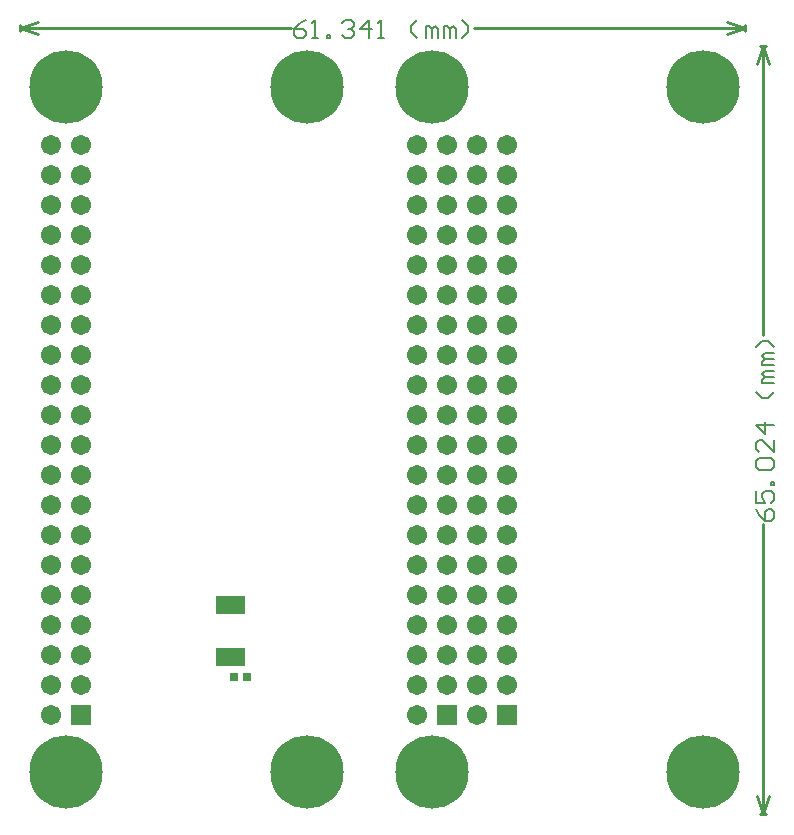
<source format=gts>
G04 Layer_Color=8388736*
%FSLAX44Y44*%
%MOMM*%
G71*
G01*
G75*
%ADD12C,0.2540*%
%ADD14C,0.1524*%
%ADD22R,0.5032X1.6032*%
%ADD23R,0.7532X0.7532*%
%ADD24C,6.2032*%
%ADD25R,1.7032X1.7032*%
%ADD26C,1.7032*%
D12*
X1687195Y1310005D02*
X1692275D01*
X1687195Y659765D02*
X1692275D01*
X1689735Y1310005D02*
X1694815Y1294765D01*
X1684655D02*
X1689735Y1310005D01*
Y659765D02*
X1694815Y675005D01*
X1684655D02*
X1689735Y659765D01*
Y1065124D02*
Y1310005D01*
Y659765D02*
Y904646D01*
X1674262Y1322705D02*
Y1327785D01*
X1060852Y1322705D02*
Y1327785D01*
X1659022Y1320165D02*
X1674262Y1325245D01*
X1659022Y1330325D02*
X1674262Y1325245D01*
X1060852D02*
X1076092Y1320165D01*
X1060852Y1325245D02*
X1076092Y1330325D01*
X1445258Y1325245D02*
X1674262D01*
X1060852D02*
X1289857D01*
D14*
X1683642Y917342D02*
X1686181Y912264D01*
X1691259Y907186D01*
X1696337D01*
X1698876Y909725D01*
Y914803D01*
X1696337Y917342D01*
X1693798D01*
X1691259Y914803D01*
Y907186D01*
X1683642Y932577D02*
Y922421D01*
X1691259D01*
X1688720Y927499D01*
Y930038D01*
X1691259Y932577D01*
X1696337D01*
X1698876Y930038D01*
Y924960D01*
X1696337Y922421D01*
X1698876Y937656D02*
X1696337D01*
Y940195D01*
X1698876D01*
Y937656D01*
X1686181Y950352D02*
X1683642Y952891D01*
Y957969D01*
X1686181Y960508D01*
X1696337D01*
X1698876Y957969D01*
Y952891D01*
X1696337Y950352D01*
X1686181D01*
X1698876Y975743D02*
Y965587D01*
X1688720Y975743D01*
X1686181D01*
X1683642Y973204D01*
Y968126D01*
X1686181Y965587D01*
X1698876Y988439D02*
X1683642D01*
X1691259Y980822D01*
Y990978D01*
X1698876Y1016370D02*
X1693798Y1011292D01*
X1688720D01*
X1683642Y1016370D01*
X1698876Y1023988D02*
X1688720D01*
Y1026527D01*
X1691259Y1029066D01*
X1698876D01*
X1691259D01*
X1688720Y1031605D01*
X1691259Y1034145D01*
X1698876D01*
Y1039223D02*
X1688720D01*
Y1041762D01*
X1691259Y1044301D01*
X1698876D01*
X1691259D01*
X1688720Y1046841D01*
X1691259Y1049380D01*
X1698876D01*
Y1054458D02*
X1693798Y1059536D01*
X1688720D01*
X1683642Y1054458D01*
X1302554Y1331339D02*
X1297475Y1328799D01*
X1292397Y1323721D01*
Y1318643D01*
X1294936Y1316104D01*
X1300015D01*
X1302554Y1318643D01*
Y1321182D01*
X1300015Y1323721D01*
X1292397D01*
X1307632Y1316104D02*
X1312711D01*
X1310171D01*
Y1331339D01*
X1307632Y1328799D01*
X1320328Y1316104D02*
Y1318643D01*
X1322867D01*
Y1316104D01*
X1320328D01*
X1333024Y1328799D02*
X1335563Y1331339D01*
X1340642D01*
X1343181Y1328799D01*
Y1326260D01*
X1340642Y1323721D01*
X1338102D01*
X1340642D01*
X1343181Y1321182D01*
Y1318643D01*
X1340642Y1316104D01*
X1335563D01*
X1333024Y1318643D01*
X1355877Y1316104D02*
Y1331339D01*
X1348259Y1323721D01*
X1358416D01*
X1363494Y1316104D02*
X1368573D01*
X1366033D01*
Y1331339D01*
X1363494Y1328799D01*
X1396503Y1316104D02*
X1391425Y1321182D01*
Y1326260D01*
X1396503Y1331339D01*
X1404121Y1316104D02*
Y1326260D01*
X1406660D01*
X1409199Y1323721D01*
Y1316104D01*
Y1323721D01*
X1411739Y1326260D01*
X1414278Y1323721D01*
Y1316104D01*
X1419356D02*
Y1326260D01*
X1421895D01*
X1424434Y1323721D01*
Y1316104D01*
Y1323721D01*
X1426974Y1326260D01*
X1429513Y1323721D01*
Y1316104D01*
X1434591D02*
X1439669Y1321182D01*
Y1326260D01*
X1434591Y1331339D01*
D22*
X1248885Y792705D02*
D03*
X1243885D02*
D03*
X1238885D02*
D03*
X1233885D02*
D03*
X1228885D02*
D03*
Y836705D02*
D03*
X1233885D02*
D03*
X1238885D02*
D03*
X1243885D02*
D03*
X1248885D02*
D03*
D23*
X1252982Y775335D02*
D03*
X1241298D02*
D03*
D24*
X1099185Y694945D02*
D03*
Y1274905D02*
D03*
X1639064Y694945D02*
D03*
Y1274905D02*
D03*
X1409065D02*
D03*
Y694945D02*
D03*
X1303784Y1274905D02*
D03*
Y694945D02*
D03*
D25*
X1111885Y743585D02*
D03*
X1421765D02*
D03*
X1472565D02*
D03*
D26*
X1086485D02*
D03*
X1111885Y768985D02*
D03*
X1086485D02*
D03*
X1111885Y794385D02*
D03*
X1086485D02*
D03*
X1111885Y819785D02*
D03*
X1086485D02*
D03*
X1111885Y845185D02*
D03*
X1086485D02*
D03*
X1111885Y870585D02*
D03*
X1086485D02*
D03*
X1111885Y895985D02*
D03*
X1086485D02*
D03*
X1111885Y921385D02*
D03*
X1086485D02*
D03*
X1111885Y946785D02*
D03*
X1086485D02*
D03*
X1111885Y972185D02*
D03*
X1086485D02*
D03*
X1111885Y997585D02*
D03*
X1086485D02*
D03*
X1111885Y1022985D02*
D03*
X1086485D02*
D03*
X1111885Y1048385D02*
D03*
X1086485D02*
D03*
X1111885Y1073785D02*
D03*
X1086485D02*
D03*
X1111885Y1099185D02*
D03*
X1086485D02*
D03*
X1111885Y1124585D02*
D03*
X1086485D02*
D03*
X1111885Y1149985D02*
D03*
X1086485D02*
D03*
X1111885Y1175385D02*
D03*
X1086485D02*
D03*
X1111885Y1200785D02*
D03*
X1086485D02*
D03*
X1111885Y1226185D02*
D03*
X1086485D02*
D03*
X1396365Y743585D02*
D03*
X1421765Y768985D02*
D03*
X1396365D02*
D03*
X1421765Y794385D02*
D03*
X1396365D02*
D03*
X1421765Y819785D02*
D03*
X1396365D02*
D03*
X1421765Y845185D02*
D03*
X1396365D02*
D03*
X1421765Y870585D02*
D03*
X1396365D02*
D03*
X1421765Y895985D02*
D03*
X1396365D02*
D03*
X1421765Y921385D02*
D03*
X1396365D02*
D03*
X1421765Y946785D02*
D03*
X1396365D02*
D03*
X1421765Y972185D02*
D03*
X1396365D02*
D03*
X1421765Y997585D02*
D03*
X1396365D02*
D03*
X1421765Y1022985D02*
D03*
X1396365D02*
D03*
X1421765Y1048385D02*
D03*
X1396365D02*
D03*
X1421765Y1073785D02*
D03*
X1396365D02*
D03*
X1421765Y1099185D02*
D03*
X1396365D02*
D03*
X1421765Y1124585D02*
D03*
X1396365D02*
D03*
X1421765Y1149985D02*
D03*
X1396365D02*
D03*
X1421765Y1175385D02*
D03*
X1396365D02*
D03*
X1421765Y1200785D02*
D03*
X1396365D02*
D03*
X1421765Y1226185D02*
D03*
X1396365D02*
D03*
X1447165Y743585D02*
D03*
X1472565Y768985D02*
D03*
X1447165D02*
D03*
X1472565Y794385D02*
D03*
X1447165D02*
D03*
X1472565Y819785D02*
D03*
X1447165D02*
D03*
X1472565Y845185D02*
D03*
X1447165D02*
D03*
X1472565Y870585D02*
D03*
X1447165D02*
D03*
X1472565Y895985D02*
D03*
X1447165D02*
D03*
X1472565Y921385D02*
D03*
X1447165D02*
D03*
X1472565Y946785D02*
D03*
X1447165D02*
D03*
X1472565Y972185D02*
D03*
X1447165D02*
D03*
X1472565Y997585D02*
D03*
X1447165D02*
D03*
X1472565Y1022985D02*
D03*
X1447165D02*
D03*
X1472565Y1048385D02*
D03*
X1447165D02*
D03*
X1472565Y1073785D02*
D03*
X1447165D02*
D03*
X1472565Y1099185D02*
D03*
X1447165D02*
D03*
X1472565Y1124585D02*
D03*
X1447165D02*
D03*
X1472565Y1149985D02*
D03*
X1447165D02*
D03*
X1472565Y1175385D02*
D03*
X1447165D02*
D03*
X1472565Y1200785D02*
D03*
X1447165D02*
D03*
X1472565Y1226185D02*
D03*
X1447165D02*
D03*
M02*

</source>
